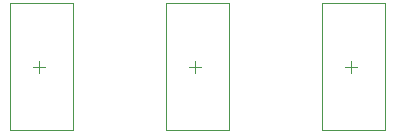
<source format=gbr>
%FSDAX24Y24*%
%MOIN*%
%SFA1B1*%

%IPPOS*%
%ADD47C,0.003900*%
%ADD48C,0.002000*%
%LNde-130418_mechanical_15-1*%
%LPD*%
G54D47*
X014203Y014060D02*
X014597D01*
X014400Y013863D02*
Y014257D01*
X009003Y014060D02*
X009397D01*
X009200Y013863D02*
Y014257D01*
X003803Y014060D02*
X004197D01*
X004000Y013863D02*
Y014257D01*
G54D48*
X013432Y011934D02*
Y016186D01*
X015538Y011934D02*
Y016186D01*
X013432D02*
X015538D01*
X013432Y011934D02*
X015538D01*
X008231D02*
Y016186D01*
X010338Y011934D02*
Y016186D01*
X008231D02*
X010338D01*
X008231Y011934D02*
X010338D01*
X003031D02*
Y016186D01*
X005138Y011934D02*
Y016186D01*
X003031D02*
X005138D01*
X003031Y011934D02*
X005138D01*
M02*
</source>
